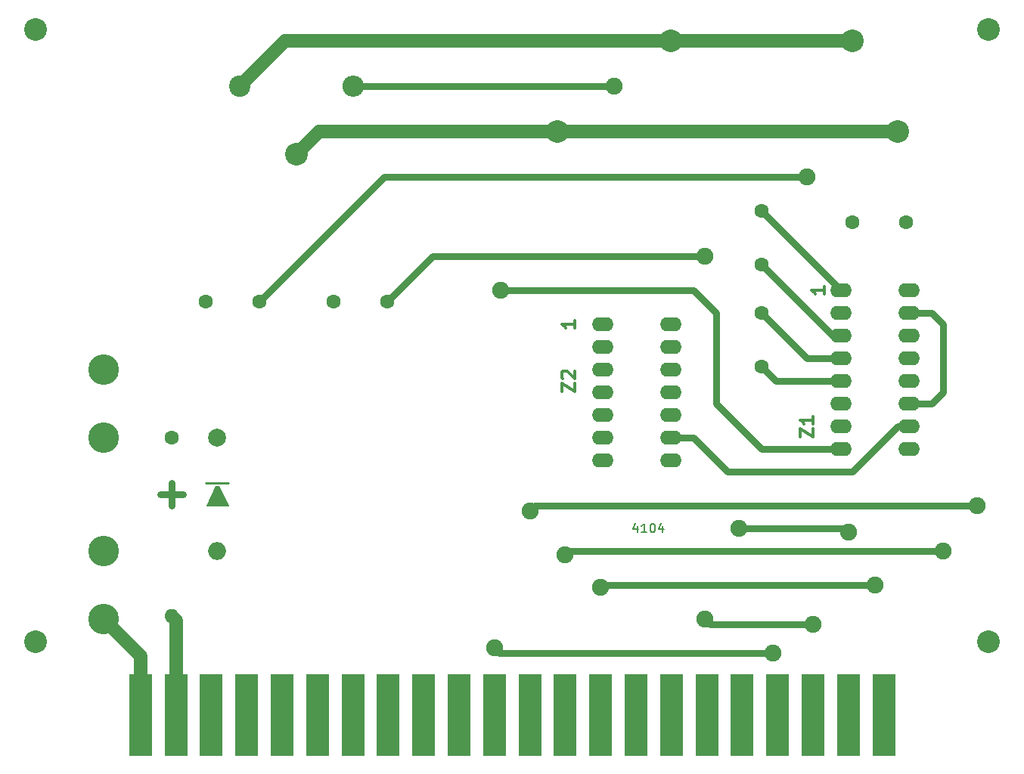
<source format=gbr>
%TF.GenerationSoftware,KiCad,Pcbnew,(5.1.9)-1*%
%TF.CreationDate,2021-04-07T22:34:41-05:00*%
%TF.ProjectId,SCELBI-TTY-Interface,5343454c-4249-42d5-9454-592d496e7465,rev?*%
%TF.SameCoordinates,Original*%
%TF.FileFunction,Copper,L1,Top*%
%TF.FilePolarity,Positive*%
%FSLAX46Y46*%
G04 Gerber Fmt 4.6, Leading zero omitted, Abs format (unit mm)*
G04 Created by KiCad (PCBNEW (5.1.9)-1) date 2021-04-07 22:34:41*
%MOMM*%
%LPD*%
G01*
G04 APERTURE LIST*
%TA.AperFunction,NonConductor*%
%ADD10C,0.150000*%
%TD*%
%TA.AperFunction,NonConductor*%
%ADD11C,0.300000*%
%TD*%
%TA.AperFunction,ComponentPad*%
%ADD12O,2.000000X2.000000*%
%TD*%
%TA.AperFunction,ComponentPad*%
%ADD13C,2.000000*%
%TD*%
%TA.AperFunction,ComponentPad*%
%ADD14O,2.400000X1.600000*%
%TD*%
%TA.AperFunction,ComponentPad*%
%ADD15O,2.400000X2.400000*%
%TD*%
%TA.AperFunction,ComponentPad*%
%ADD16C,2.400000*%
%TD*%
%TA.AperFunction,ConnectorPad*%
%ADD17R,2.540000X9.144000*%
%TD*%
%TA.AperFunction,ComponentPad*%
%ADD18C,3.429000*%
%TD*%
%TA.AperFunction,ComponentPad*%
%ADD19C,1.600000*%
%TD*%
%TA.AperFunction,ComponentPad*%
%ADD20O,1.600000X1.600000*%
%TD*%
%TA.AperFunction,ViaPad*%
%ADD21C,2.540000*%
%TD*%
%TA.AperFunction,ViaPad*%
%ADD22C,1.905000*%
%TD*%
%TA.AperFunction,Conductor*%
%ADD23C,0.250000*%
%TD*%
%TA.AperFunction,Conductor*%
%ADD24C,0.762000*%
%TD*%
%TA.AperFunction,Conductor*%
%ADD25C,1.524000*%
%TD*%
%TA.AperFunction,NonConductor*%
%ADD26C,0.025400*%
%TD*%
%TA.AperFunction,NonConductor*%
%ADD27C,0.100000*%
%TD*%
G04 APERTURE END LIST*
D10*
X160051904Y-110275714D02*
X160051904Y-110942380D01*
X159813809Y-109894761D02*
X159575714Y-110609047D01*
X160194761Y-110609047D01*
X161099523Y-110942380D02*
X160528095Y-110942380D01*
X160813809Y-110942380D02*
X160813809Y-109942380D01*
X160718571Y-110085238D01*
X160623333Y-110180476D01*
X160528095Y-110228095D01*
X161718571Y-109942380D02*
X161813809Y-109942380D01*
X161909047Y-109990000D01*
X161956666Y-110037619D01*
X162004285Y-110132857D01*
X162051904Y-110323333D01*
X162051904Y-110561428D01*
X162004285Y-110751904D01*
X161956666Y-110847142D01*
X161909047Y-110894761D01*
X161813809Y-110942380D01*
X161718571Y-110942380D01*
X161623333Y-110894761D01*
X161575714Y-110847142D01*
X161528095Y-110751904D01*
X161480476Y-110561428D01*
X161480476Y-110323333D01*
X161528095Y-110132857D01*
X161575714Y-110037619D01*
X161623333Y-109990000D01*
X161718571Y-109942380D01*
X162909047Y-110275714D02*
X162909047Y-110942380D01*
X162670952Y-109894761D02*
X162432857Y-110609047D01*
X163051904Y-110609047D01*
D11*
X153078571Y-87201428D02*
X153078571Y-88058571D01*
X153078571Y-87630000D02*
X151578571Y-87630000D01*
X151792857Y-87772857D01*
X151935714Y-87915714D01*
X152007142Y-88058571D01*
X181018571Y-83391428D02*
X181018571Y-84248571D01*
X181018571Y-83820000D02*
X179518571Y-83820000D01*
X179732857Y-83962857D01*
X179875714Y-84105714D01*
X179947142Y-84248571D01*
X151578571Y-95194285D02*
X151578571Y-94194285D01*
X153078571Y-95194285D01*
X153078571Y-94194285D01*
X151721428Y-93694285D02*
X151650000Y-93622857D01*
X151578571Y-93480000D01*
X151578571Y-93122857D01*
X151650000Y-92980000D01*
X151721428Y-92908571D01*
X151864285Y-92837142D01*
X152007142Y-92837142D01*
X152221428Y-92908571D01*
X153078571Y-93765714D01*
X153078571Y-92837142D01*
X178248571Y-100274285D02*
X178248571Y-99274285D01*
X179748571Y-100274285D01*
X179748571Y-99274285D01*
X179748571Y-97917142D02*
X179748571Y-98774285D01*
X179748571Y-98345714D02*
X178248571Y-98345714D01*
X178462857Y-98488571D01*
X178605714Y-98631428D01*
X178677142Y-98774285D01*
D12*
%TO.P,VR1,2*%
%TO.N,GND*%
X113030000Y-113030000D03*
D13*
%TO.P,VR1,1*%
%TO.N,/VCC*%
X113030000Y-100330000D03*
%TD*%
D14*
%TO.P,Z1,16*%
%TO.N,/VCC*%
X190500000Y-83820000D03*
%TO.P,Z1,8*%
%TO.N,/RTS*%
X182880000Y-101600000D03*
%TO.P,Z1,15*%
%TO.N,GND*%
X190500000Y-86360000D03*
%TO.P,Z1,7*%
%TO.N,/TxD*%
X182880000Y-99060000D03*
%TO.P,Z1,14*%
%TO.N,/RxD*%
X190500000Y-88900000D03*
%TO.P,Z1,6*%
%TO.N,/V-*%
X182880000Y-96520000D03*
%TO.P,Z1,13*%
%TO.N,/DTR*%
X190500000Y-91440000D03*
%TO.P,Z1,5*%
%TO.N,/C2-*%
X182880000Y-93980000D03*
%TO.P,Z1,12*%
%TO.N,/Rx*%
X190500000Y-93980000D03*
%TO.P,Z1,4*%
%TO.N,Net-(C6-Pad1)*%
X182880000Y-91440000D03*
%TO.P,Z1,11*%
%TO.N,GND*%
X190500000Y-96520000D03*
%TO.P,Z1,3*%
%TO.N,/C1-*%
X182880000Y-88900000D03*
%TO.P,Z1,10*%
%TO.N,/TxIn*%
X190500000Y-99060000D03*
%TO.P,Z1,2*%
%TO.N,/V+*%
X182880000Y-86360000D03*
%TO.P,Z1,9*%
%TO.N,Net-(Z1-Pad9)*%
X190500000Y-101600000D03*
%TO.P,Z1,1*%
%TO.N,/C1+*%
X182880000Y-83820000D03*
%TD*%
%TO.P,Z2,14*%
%TO.N,/VCC*%
X163830000Y-87630000D03*
%TO.P,Z2,7*%
%TO.N,GND*%
X156210000Y-102870000D03*
%TO.P,Z2,13*%
%TO.N,/PullUp*%
X163830000Y-90170000D03*
%TO.P,Z2,6*%
%TO.N,Net-(Z2-Pad6)*%
X156210000Y-100330000D03*
%TO.P,Z2,12*%
%TO.N,/STRB*%
X163830000Y-92710000D03*
%TO.P,Z2,5*%
%TO.N,Net-(Z2-Pad5)*%
X156210000Y-97790000D03*
%TO.P,Z2,11*%
%TO.N,/Tx*%
X163830000Y-95250000D03*
%TO.P,Z2,4*%
%TO.N,Net-(Z2-Pad4)*%
X156210000Y-95250000D03*
%TO.P,Z2,10*%
%TO.N,/PullUp*%
X163830000Y-97790000D03*
%TO.P,Z2,3*%
%TO.N,Net-(Z2-Pad3)*%
X156210000Y-92710000D03*
%TO.P,Z2,9*%
%TO.N,/TxIn*%
X163830000Y-100330000D03*
%TO.P,Z2,2*%
%TO.N,Net-(Z2-Pad2)*%
X156210000Y-90170000D03*
%TO.P,Z2,8*%
%TO.N,Net-(Z2-Pad8)*%
X163830000Y-102870000D03*
%TO.P,Z2,1*%
%TO.N,Net-(Z2-Pad1)*%
X156210000Y-87630000D03*
%TD*%
D15*
%TO.P,R1,2*%
%TO.N,/PullUp*%
X128270000Y-60960000D03*
D16*
%TO.P,R1,1*%
%TO.N,/VCC*%
X115570000Y-60960000D03*
%TD*%
D17*
%TO.P,J1,22*%
%TO.N,Net-(J1-Pad22)*%
X187655200Y-131368800D03*
%TO.P,J1,21*%
%TO.N,Net-(J1-Pad21)*%
X183692800Y-131368800D03*
%TO.P,J1,20*%
%TO.N,Net-(J1-Pad20)*%
X179730400Y-131368800D03*
%TO.P,J1,19*%
%TO.N,Net-(J1-Pad19)*%
X175768000Y-131368800D03*
%TO.P,J1,18*%
%TO.N,Net-(J1-Pad18)*%
X171805600Y-131368800D03*
%TO.P,J1,17*%
%TO.N,Net-(J1-Pad17)*%
X167843200Y-131368800D03*
%TO.P,J1,16*%
%TO.N,Net-(J1-Pad16)*%
X163880800Y-131368800D03*
%TO.P,J1,15*%
%TO.N,Net-(J1-Pad15)*%
X159918400Y-131368800D03*
%TO.P,J1,14*%
%TO.N,Net-(J1-Pad14)*%
X155956000Y-131368800D03*
%TO.P,J1,13*%
%TO.N,Net-(J1-Pad13)*%
X151993600Y-131368800D03*
%TO.P,J1,12*%
%TO.N,Net-(J1-Pad12)*%
X148031200Y-131368800D03*
%TO.P,J1,11*%
%TO.N,Net-(J1-Pad11)*%
X144068800Y-131368800D03*
%TO.P,J1,10*%
%TO.N,Net-(J1-Pad10)*%
X140106400Y-131368800D03*
%TO.P,J1,9*%
%TO.N,Net-(J1-Pad9)*%
X136144000Y-131368800D03*
%TO.P,J1,8*%
%TO.N,Net-(J1-Pad8)*%
X132181600Y-131368800D03*
%TO.P,J1,7*%
%TO.N,Net-(J1-Pad7)*%
X128219200Y-131368800D03*
%TO.P,J1,6*%
%TO.N,Net-(J1-Pad6)*%
X124256800Y-131368800D03*
%TO.P,J1,5*%
%TO.N,Net-(J1-Pad5)*%
X120294400Y-131368800D03*
%TO.P,J1,4*%
%TO.N,Net-(J1-Pad4)*%
X116332000Y-131368800D03*
%TO.P,J1,3*%
%TO.N,Net-(J1-Pad3)*%
X112369600Y-131368800D03*
%TO.P,J1,2*%
%TO.N,GND*%
X108407200Y-131368800D03*
%TO.P,J1,1*%
%TO.N,+5V*%
X104444800Y-131368800D03*
%TD*%
D18*
%TO.P,F1,2*%
%TO.N,+5V*%
X100330000Y-120650000D03*
X100330000Y-113030000D03*
%TO.P,F1,1*%
%TO.N,/VCC*%
X100330000Y-100330000D03*
X100330000Y-92710000D03*
%TD*%
D19*
%TO.P,C6,2*%
%TO.N,/C2-*%
X173990000Y-92360000D03*
%TO.P,C6,1*%
%TO.N,Net-(C6-Pad1)*%
X173990000Y-86360000D03*
%TD*%
%TO.P,C5,2*%
%TO.N,GND*%
X126080000Y-85090000D03*
%TO.P,C5,1*%
%TO.N,/V-*%
X132080000Y-85090000D03*
%TD*%
%TO.P,C4,2*%
%TO.N,/C1-*%
X173990000Y-80930000D03*
%TO.P,C4,1*%
%TO.N,/C1+*%
X173990000Y-74930000D03*
%TD*%
%TO.P,C3,2*%
%TO.N,/V+*%
X117760000Y-85090000D03*
%TO.P,C3,1*%
%TO.N,/VCC*%
X111760000Y-85090000D03*
%TD*%
%TO.P,C2,2*%
%TO.N,GND*%
X190150000Y-76200000D03*
%TO.P,C2,1*%
%TO.N,/VCC*%
X184150000Y-76200000D03*
%TD*%
D20*
%TO.P,C1,2*%
%TO.N,GND*%
X107950000Y-120330000D03*
D19*
%TO.P,C1,1*%
%TO.N,/VCC*%
X107950000Y-100330000D03*
%TD*%
D21*
%TO.N,*%
X199390000Y-123190000D03*
X92710000Y-123190000D03*
X199390000Y-54610000D03*
X92710000Y-54610000D03*
%TO.N,GND*%
X121920000Y-68580000D03*
X189230000Y-66040000D03*
X151130000Y-66040000D03*
D22*
%TO.N,/V+*%
X179070000Y-71120000D03*
%TO.N,/V-*%
X167640000Y-80010000D03*
%TO.N,/RTS*%
X144780000Y-83820000D03*
%TO.N,/TxD*%
X144068800Y-123901200D03*
X175260000Y-124460000D03*
%TO.N,/RxD*%
X198120000Y-107950000D03*
X148031200Y-108508800D03*
%TO.N,/DTR*%
X151993600Y-113436400D03*
X194310000Y-113030000D03*
%TO.N,/Rx*%
X186690000Y-116840000D03*
X155956000Y-117094000D03*
%TO.N,/Tx*%
X167640000Y-120650000D03*
X179730400Y-121259600D03*
%TO.N,/STRB*%
X171450000Y-110490000D03*
X183692800Y-110947200D03*
%TO.N,/PullUp*%
X157480000Y-60960000D03*
D21*
%TO.N,/VCC*%
X184150000Y-55880000D03*
X163830000Y-55880000D03*
%TD*%
D23*
%TO.N,*%
X114300000Y-105410000D02*
X111760000Y-105410000D01*
D24*
X109220000Y-106680000D02*
X106680000Y-106680000D01*
X107950000Y-107950000D02*
X107950000Y-105410000D01*
D25*
%TO.N,GND*%
X108407200Y-120787200D02*
X107950000Y-120330000D01*
X108407200Y-131368800D02*
X108407200Y-120787200D01*
X121920000Y-68580000D02*
X124460000Y-66040000D01*
X124460000Y-66040000D02*
X151130000Y-66040000D01*
X189230000Y-66040000D02*
X151130000Y-66040000D01*
D24*
X190500000Y-96520000D02*
X193040000Y-96520000D01*
X193040000Y-96520000D02*
X194310000Y-95250000D01*
X190500000Y-86360000D02*
X193040000Y-86360000D01*
X193040000Y-86360000D02*
X194310000Y-87630000D01*
X194310000Y-87630000D02*
X194310000Y-95250000D01*
D25*
%TO.N,+5V*%
X104444800Y-124764800D02*
X100330000Y-120650000D01*
X104444800Y-131368800D02*
X104444800Y-124764800D01*
D24*
%TO.N,/V+*%
X182774198Y-86360000D02*
X182880000Y-86360000D01*
X131730000Y-71120000D02*
X117760000Y-85090000D01*
X179070000Y-71120000D02*
X131730000Y-71120000D01*
%TO.N,/C1-*%
X181960000Y-88900000D02*
X182880000Y-88900000D01*
X173990000Y-80930000D02*
X181960000Y-88900000D01*
%TO.N,/C1+*%
X182880000Y-83820000D02*
X173990000Y-74930000D01*
%TO.N,/V-*%
X137160000Y-80010000D02*
X132080000Y-85090000D01*
X167640000Y-80010000D02*
X137160000Y-80010000D01*
%TO.N,/C2-*%
X175610000Y-93980000D02*
X173990000Y-92360000D01*
X182880000Y-93980000D02*
X175610000Y-93980000D01*
%TO.N,Net-(C6-Pad1)*%
X179070000Y-91440000D02*
X173990000Y-86360000D01*
X182880000Y-91440000D02*
X179070000Y-91440000D01*
%TO.N,/RTS*%
X182880000Y-101600000D02*
X173990000Y-101600000D01*
X173990000Y-101600000D02*
X168910000Y-96520000D01*
X168910000Y-96520000D02*
X168910000Y-86360000D01*
X168910000Y-86360000D02*
X166370000Y-83820000D01*
X166370000Y-83820000D02*
X144780000Y-83820000D01*
X144780000Y-83820000D02*
X144780000Y-83820000D01*
%TO.N,/TxD*%
X144627600Y-124460000D02*
X144068800Y-123901200D01*
X175260000Y-124460000D02*
X144627600Y-124460000D01*
%TO.N,/RxD*%
X148590000Y-107950000D02*
X148031200Y-108508800D01*
X198120000Y-107950000D02*
X148590000Y-107950000D01*
%TO.N,/DTR*%
X152400000Y-113030000D02*
X151993600Y-113436400D01*
X194310000Y-113030000D02*
X152400000Y-113030000D01*
%TO.N,/Rx*%
X156210000Y-116840000D02*
X155956000Y-117094000D01*
X186690000Y-116840000D02*
X156210000Y-116840000D01*
%TO.N,/Tx*%
X168249600Y-121259600D02*
X167640000Y-120650000D01*
X179730400Y-121259600D02*
X168249600Y-121259600D01*
%TO.N,/STRB*%
X183235600Y-110490000D02*
X183692800Y-110947200D01*
X171450000Y-110490000D02*
X183235600Y-110490000D01*
%TO.N,/PullUp*%
X157480000Y-60960000D02*
X128270000Y-60960000D01*
%TO.N,/TxIn*%
X166370000Y-100330000D02*
X163830000Y-100330000D01*
X170180000Y-104140000D02*
X166370000Y-100330000D01*
X184150000Y-104140000D02*
X170180000Y-104140000D01*
X189230000Y-99060000D02*
X184150000Y-104140000D01*
X190500000Y-99060000D02*
X189230000Y-99060000D01*
D25*
%TO.N,/VCC*%
X115570000Y-60960000D02*
X120650000Y-55880000D01*
X120650000Y-55880000D02*
X163830000Y-55880000D01*
X166370000Y-55880000D02*
X184150000Y-55880000D01*
X163830000Y-55880000D02*
X166370000Y-55880000D01*
%TD*%
D26*
X114279451Y-107937300D02*
X111780549Y-107937300D01*
X112875349Y-105747700D01*
X113184651Y-105747700D01*
X114279451Y-107937300D01*
%TA.AperFunction,NonConductor*%
D27*
G36*
X114279451Y-107937300D02*
G01*
X111780549Y-107937300D01*
X112875349Y-105747700D01*
X113184651Y-105747700D01*
X114279451Y-107937300D01*
G37*
%TD.AperFunction*%
M02*

</source>
